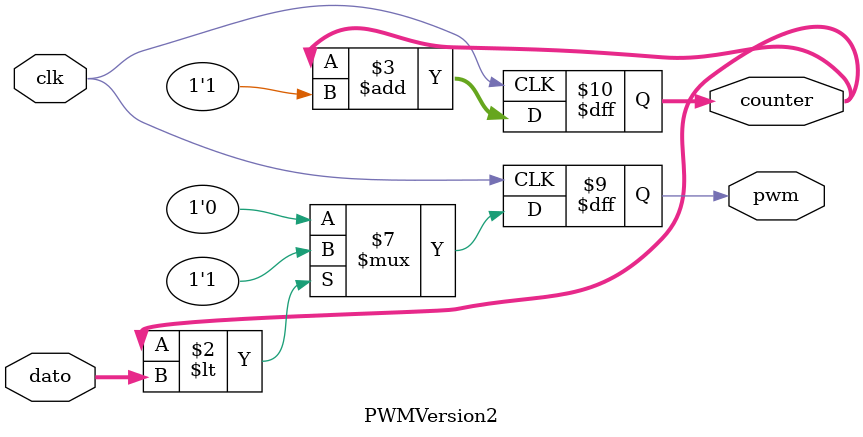
<source format=v>
`timescale 1ns / 1ps
module PWMVersion2(clk,dato,pwm,counter);

input clk;
input [21:0] dato;

output reg pwm=1;

output reg [21:0] counter = 0;

always @(posedge clk)
	begin
		if(counter<dato)

			pwm<=1;
		else

			pwm<=0;

			counter<=counter+1'd1;

	end 



endmodule

</source>
